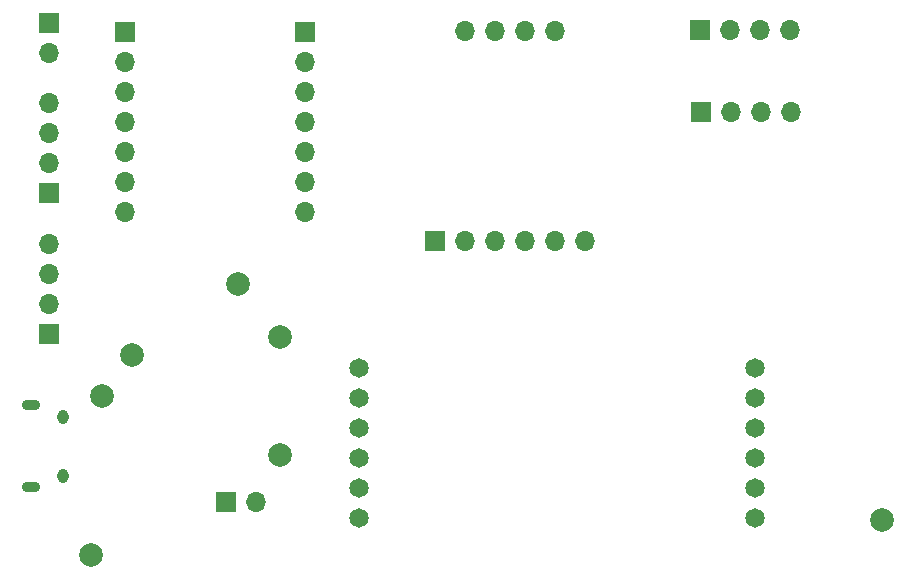
<source format=gbr>
%TF.GenerationSoftware,KiCad,Pcbnew,(6.0.4)*%
%TF.CreationDate,2022-11-18T09:58:05-05:00*%
%TF.ProjectId,NFFPCB,4e464650-4342-42e6-9b69-6361645f7063,rev?*%
%TF.SameCoordinates,Original*%
%TF.FileFunction,Soldermask,Bot*%
%TF.FilePolarity,Negative*%
%FSLAX46Y46*%
G04 Gerber Fmt 4.6, Leading zero omitted, Abs format (unit mm)*
G04 Created by KiCad (PCBNEW (6.0.4)) date 2022-11-18 09:58:05*
%MOMM*%
%LPD*%
G01*
G04 APERTURE LIST*
%ADD10C,2.000000*%
%ADD11C,1.651000*%
%ADD12R,1.700000X1.700000*%
%ADD13O,1.700000X1.700000*%
%ADD14O,0.950000X1.250000*%
%ADD15O,1.550000X0.890000*%
G04 APERTURE END LIST*
D10*
%TO.C,TPVUSB1*%
X60500000Y-74000000D03*
%TD*%
%TO.C,TPVSYS1*%
X75500000Y-79000000D03*
%TD*%
%TO.C,TPISET1*%
X59500000Y-87500000D03*
%TD*%
%TO.C,TPILIM1*%
X63000000Y-70500000D03*
%TD*%
%TO.C,TPBATTRAW1*%
X126500000Y-84500000D03*
%TD*%
%TO.C,TP!PGOOD1*%
X75500000Y-69000000D03*
%TD*%
%TO.C,TP!CHG1*%
X72000000Y-64500000D03*
%TD*%
D11*
%TO.C,MOD1*%
X115764000Y-79270000D03*
X82236000Y-76730000D03*
X115764000Y-76730000D03*
X82236000Y-79270000D03*
X82236000Y-74190000D03*
X82236000Y-71650000D03*
X82236000Y-81810000D03*
X82236000Y-84350000D03*
X115764000Y-71650000D03*
X115764000Y-74190000D03*
X115764000Y-81810000D03*
X115764000Y-84350000D03*
%TD*%
D12*
%TO.C,U1*%
X111120000Y-43000000D03*
D13*
X113660000Y-43000000D03*
X116200000Y-43000000D03*
X118740000Y-43000000D03*
%TD*%
D12*
%TO.C,J5*%
X56000000Y-56800000D03*
D13*
X56000000Y-54260000D03*
X56000000Y-51720000D03*
X56000000Y-49180000D03*
%TD*%
D12*
%TO.C,J4*%
X56000000Y-68800000D03*
D13*
X56000000Y-66260000D03*
X56000000Y-63720000D03*
X56000000Y-61180000D03*
%TD*%
D12*
%TO.C,J3*%
X56000000Y-42460000D03*
D13*
X56000000Y-45000000D03*
%TD*%
D14*
%TO.C,J1*%
X57150000Y-75750000D03*
D15*
X54450000Y-81750000D03*
D14*
X57150000Y-80750000D03*
D15*
X54450000Y-74750000D03*
%TD*%
D12*
%TO.C,U2*%
X62380000Y-43189500D03*
D13*
X62380000Y-45729500D03*
X62380000Y-48269500D03*
X62380000Y-50809500D03*
X62380000Y-53349500D03*
X62380000Y-55889500D03*
X62380000Y-58429500D03*
X77620000Y-58429500D03*
X77620000Y-55889500D03*
X77620000Y-53349500D03*
X77620000Y-50809500D03*
X77620000Y-48269500D03*
X77620000Y-45729500D03*
D12*
X77620000Y-43189500D03*
%TD*%
%TO.C,J2*%
X71000000Y-83000000D03*
D13*
X73540000Y-83000000D03*
%TD*%
%TO.C,U3*%
X98810000Y-43110000D03*
X96270000Y-43110000D03*
X93730000Y-43110000D03*
X91190000Y-43110000D03*
D12*
X88650000Y-60890000D03*
D13*
X91190000Y-60890000D03*
X93730000Y-60890000D03*
X96270000Y-60890000D03*
X98810000Y-60890000D03*
X101350000Y-60890000D03*
%TD*%
D12*
%TO.C,U5*%
X111200000Y-50000000D03*
D13*
X113740000Y-50000000D03*
X116280000Y-50000000D03*
X118820000Y-50000000D03*
%TD*%
M02*

</source>
